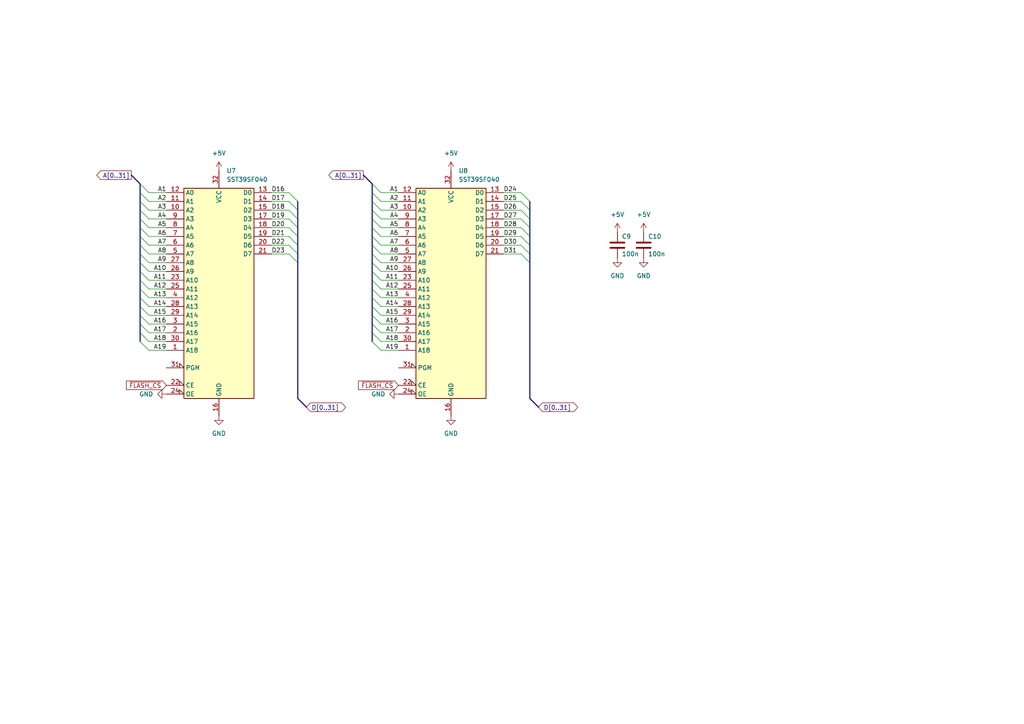
<source format=kicad_sch>
(kicad_sch (version 20231120) (generator "eeschema") (generator_version "8.0")
  (paper "A4")
  (lib_symbols
    (symbol "Device:C" (pin_numbers hide) (pin_names (offset 0.254))
      (property "Reference" "C" (at 0.635 2.54 0))
      (property "Value" "C" (at 0.635 -2.54 0))
      (symbol "C_0_1"
        (polyline (pts (xy -2.032 -0.762) (xy 2.032 -0.762)) (stroke (width 0.508)))
        (polyline (pts (xy -2.032 0.762) (xy 2.032 0.762)) (stroke (width 0.508)))
      )
      (symbol "C_1_1"
        (pin passive line (at 0 3.81 270) (length 2.794) (name "~") (number "1"))
        (pin passive line (at 0 -3.81 90) (length 2.794) (name "~") (number "2"))
      )
    )
    (symbol "Memory_Flash:SST39SF040"
      (property "Reference" "U" (at 2.54 33.02 0))
      (property "Value" "SST39SF040" (at 0 -30.48 0))
      (symbol "SST39SF040_0_0"
        (pin power_in line (at 0 -34.29 90) (length 5.08) (name "GND") (number "16"))
        (pin power_in line (at 0 36.83 270) (length 5.08) (name "VCC") (number "32"))
      )
      (symbol "SST39SF040_0_1"
        (rectangle (start -10.16 31.75) (end 10.16 -29.21) (stroke (width 0.254)) (fill (type background)))
      )
      (symbol "SST39SF040_1_1"
        (pin input line (at -15.24 -15.24 0) (length 5.08) (name "A18") (number "1"))
        (pin input line (at -15.24 25.4 0) (length 5.08) (name "A2") (number "10"))
        (pin input line (at -15.24 27.94 0) (length 5.08) (name "A1") (number "11"))
        (pin input line (at -15.24 30.48 0) (length 5.08) (name "A0") (number "12"))
        (pin tri_state line (at 15.24 30.48 180) (length 5.08) (name "D0") (number "13"))
        (pin tri_state line (at 15.24 27.94 180) (length 5.08) (name "D1") (number "14"))
        (pin tri_state line (at 15.24 25.4 180) (length 5.08) (name "D2") (number "15"))
        (pin tri_state line (at 15.24 22.86 180) (length 5.08) (name "D3") (number "17"))
        (pin tri_state line (at 15.24 20.32 180) (length 5.08) (name "D4") (number "18"))
        (pin tri_state line (at 15.24 17.78 180) (length 5.08) (name "D5") (number "19"))
        (pin input line (at -15.24 -10.16 0) (length 5.08) (name "A16") (number "2"))
        (pin tri_state line (at 15.24 15.24 180) (length 5.08) (name "D6") (number "20"))
        (pin tri_state line (at 15.24 12.7 180) (length 5.08) (name "D7") (number "21"))
        (pin input input_low (at -15.24 -25.4 0) (length 5.08) (name "CE") (number "22"))
        (pin input line (at -15.24 5.08 0) (length 5.08) (name "A10") (number "23"))
        (pin input input_low (at -15.24 -27.94 0) (length 5.08) (name "OE") (number "24"))
        (pin input line (at -15.24 2.54 0) (length 5.08) (name "A11") (number "25"))
        (pin input line (at -15.24 7.62 0) (length 5.08) (name "A9") (number "26"))
        (pin input line (at -15.24 10.16 0) (length 5.08) (name "A8") (number "27"))
        (pin input line (at -15.24 -2.54 0) (length 5.08) (name "A13") (number "28"))
        (pin input line (at -15.24 -5.08 0) (length 5.08) (name "A14") (number "29"))
        (pin input line (at -15.24 -7.62 0) (length 5.08) (name "A15") (number "3"))
        (pin input line (at -15.24 -12.7 0) (length 5.08) (name "A17") (number "30"))
        (pin input input_low (at -15.24 -20.32 0) (length 5.08) (name "PGM") (number "31"))
        (pin input line (at -15.24 0 0) (length 5.08) (name "A12") (number "4"))
        (pin input line (at -15.24 12.7 0) (length 5.08) (name "A7") (number "5"))
        (pin input line (at -15.24 15.24 0) (length 5.08) (name "A6") (number "6"))
        (pin input line (at -15.24 17.78 0) (length 5.08) (name "A5") (number "7"))
        (pin input line (at -15.24 20.32 0) (length 5.08) (name "A4") (number "8"))
        (pin input line (at -15.24 22.86 0) (length 5.08) (name "A3") (number "9"))
      )
    )
    (symbol "power:+5V" (power) (pin_names (offset 0))
      (property "Value" "+5V" (at 0 3.556 0))
      (symbol "+5V_0_1"
        (polyline (pts (xy -0.762 1.27) (xy 0 2.54)))
        (polyline (pts (xy 0 0) (xy 0 2.54)))
        (polyline (pts (xy 0 2.54) (xy 0.762 1.27)))
      )
      (symbol "+5V_1_1"
        (pin power_in line (at 0 0 90) (length 0) hide (name "+5V") (number "1"))
      )
    )
    (symbol "power:GND" (power) (pin_names (offset 0))
      (property "Value" "GND" (at 0 -3.81 0))
      (symbol "GND_0_1"
        (polyline (pts (xy 0 0) (xy 0 -1.27) (xy 1.27 -1.27) (xy 0 -2.54) (xy -1.27 -1.27) (xy 0 -1.27)))
      )
      (symbol "GND_1_1"
        (pin power_in line (at 0 0 270) (length 0) hide (name "GND") (number "1"))
      )
    )
  )
  (bus_entry (at 43.18 71.12) (size -2.54 -2.54))
  (bus_entry (at 151.13 63.5) (size 2.54 2.54))
  (bus_entry (at 43.18 60.96) (size -2.54 -2.54))
  (bus_entry (at 43.18 88.9) (size -2.54 -2.54))
  (bus_entry (at 151.13 71.12) (size 2.54 2.54))
  (bus_entry (at 83.82 73.66) (size 2.54 2.54))
  (bus_entry (at 151.13 68.58) (size 2.54 2.54))
  (bus_entry (at 43.18 81.28) (size -2.54 -2.54))
  (bus_entry (at 110.49 88.9) (size -2.54 -2.54))
  (bus_entry (at 43.18 63.5) (size -2.54 -2.54))
  (bus_entry (at 110.49 58.42) (size -2.54 -2.54))
  (bus_entry (at 83.82 68.58) (size 2.54 2.54))
  (bus_entry (at 110.49 73.66) (size -2.54 -2.54))
  (bus_entry (at 43.18 55.88) (size -2.54 -2.54))
  (bus_entry (at 83.82 60.96) (size 2.54 2.54))
  (bus_entry (at 83.82 63.5) (size 2.54 2.54))
  (bus_entry (at 151.13 66.04) (size 2.54 2.54))
  (bus_entry (at 110.49 91.44) (size -2.54 -2.54))
  (bus_entry (at 151.13 58.42) (size 2.54 2.54))
  (bus_entry (at 110.49 96.52) (size -2.54 -2.54))
  (bus_entry (at 110.49 60.96) (size -2.54 -2.54))
  (bus_entry (at 110.49 68.58) (size -2.54 -2.54))
  (bus_entry (at 151.13 73.66) (size 2.54 2.54))
  (bus_entry (at 110.49 93.98) (size -2.54 -2.54))
  (bus_entry (at 43.18 68.58) (size -2.54 -2.54))
  (bus_entry (at 110.49 83.82) (size -2.54 -2.54))
  (bus_entry (at 110.49 101.6) (size -2.54 -2.54))
  (bus_entry (at 43.18 83.82) (size -2.54 -2.54))
  (bus_entry (at 110.49 66.04) (size -2.54 -2.54))
  (bus_entry (at 110.49 71.12) (size -2.54 -2.54))
  (bus_entry (at 43.18 78.74) (size -2.54 -2.54))
  (bus_entry (at 43.18 91.44) (size -2.54 -2.54))
  (bus_entry (at 110.49 99.06) (size -2.54 -2.54))
  (bus_entry (at 43.18 58.42) (size -2.54 -2.54))
  (bus_entry (at 151.13 55.88) (size 2.54 2.54))
  (bus_entry (at 43.18 96.52) (size -2.54 -2.54))
  (bus_entry (at 110.49 63.5) (size -2.54 -2.54))
  (bus_entry (at 43.18 101.6) (size -2.54 -2.54))
  (bus_entry (at 110.49 81.28) (size -2.54 -2.54))
  (bus_entry (at 110.49 78.74) (size -2.54 -2.54))
  (bus_entry (at 43.18 86.36) (size -2.54 -2.54))
  (bus_entry (at 43.18 73.66) (size -2.54 -2.54))
  (bus_entry (at 43.18 99.06) (size -2.54 -2.54))
  (bus_entry (at 83.82 66.04) (size 2.54 2.54))
  (bus_entry (at 151.13 60.96) (size 2.54 2.54))
  (bus_entry (at 43.18 66.04) (size -2.54 -2.54))
  (bus_entry (at 43.18 76.2) (size -2.54 -2.54))
  (bus_entry (at 110.49 55.88) (size -2.54 -2.54))
  (bus_entry (at 110.49 76.2) (size -2.54 -2.54))
  (bus_entry (at 110.49 86.36) (size -2.54 -2.54))
  (bus_entry (at 83.82 58.42) (size 2.54 2.54))
  (bus_entry (at 83.82 55.88) (size 2.54 2.54))
  (bus_entry (at 83.82 71.12) (size 2.54 2.54))
  (bus_entry (at 43.18 93.98) (size -2.54 -2.54))
  (wire (pts (xy 83.82 63.5) (xy 78.74 63.5)))
  (bus (pts (xy 86.36 73.66) (xy 86.36 76.2)))
  (bus (pts (xy 107.95 96.52) (xy 107.95 93.98)))
  (wire (pts (xy 110.49 76.2) (xy 115.57 76.2)))
  (bus (pts (xy 40.64 96.52) (xy 40.64 93.98)))
  (wire (pts (xy 83.82 58.42) (xy 78.74 58.42)))
  (bus (pts (xy 153.67 68.58) (xy 153.67 71.12)))
  (bus (pts (xy 40.64 71.12) (xy 40.64 68.58)))
  (bus (pts (xy 107.95 81.28) (xy 107.95 78.74)))
  (bus (pts (xy 40.64 83.82) (xy 40.64 81.28)))
  (bus (pts (xy 107.95 76.2) (xy 107.95 73.66)))
  (bus (pts (xy 107.95 86.36) (xy 107.95 83.82)))
  (wire (pts (xy 83.82 71.12) (xy 78.74 71.12)))
  (wire (pts (xy 110.49 58.42) (xy 115.57 58.42)))
  (wire (pts (xy 43.18 101.6) (xy 48.26 101.6)))
  (bus (pts (xy 86.36 115.57) (xy 88.9 118.11)))
  (bus (pts (xy 40.64 99.06) (xy 40.64 96.52)))
  (wire (pts (xy 43.18 96.52) (xy 48.26 96.52)))
  (bus (pts (xy 40.64 55.88) (xy 40.64 53.34)))
  (wire (pts (xy 110.49 73.66) (xy 115.57 73.66)))
  (bus (pts (xy 40.64 60.96) (xy 40.64 58.42)))
  (bus (pts (xy 153.67 58.42) (xy 153.67 60.96)))
  (bus (pts (xy 86.36 66.04) (xy 86.36 68.58)))
  (wire (pts (xy 110.49 55.88) (xy 115.57 55.88)))
  (bus (pts (xy 153.67 71.12) (xy 153.67 73.66)))
  (bus (pts (xy 40.64 76.2) (xy 40.64 73.66)))
  (bus (pts (xy 107.95 63.5) (xy 107.95 60.96)))
  (wire (pts (xy 43.18 86.36) (xy 48.26 86.36)))
  (bus (pts (xy 153.67 66.04) (xy 153.67 68.58)))
  (bus (pts (xy 107.95 91.44) (xy 107.95 88.9)))
  (bus (pts (xy 107.95 78.74) (xy 107.95 76.2)))
  (wire (pts (xy 83.82 60.96) (xy 78.74 60.96)))
  (bus (pts (xy 40.64 66.04) (xy 40.64 63.5)))
  (wire (pts (xy 43.18 78.74) (xy 48.26 78.74)))
  (bus (pts (xy 40.64 68.58) (xy 40.64 66.04)))
  (wire (pts (xy 83.82 66.04) (xy 78.74 66.04)))
  (bus (pts (xy 107.95 83.82) (xy 107.95 81.28)))
  (bus (pts (xy 40.64 63.5) (xy 40.64 60.96)))
  (bus (pts (xy 107.95 71.12) (xy 107.95 68.58)))
  (wire (pts (xy 83.82 68.58) (xy 78.74 68.58)))
  (bus (pts (xy 40.64 78.74) (xy 40.64 76.2)))
  (wire (pts (xy 151.13 68.58) (xy 146.05 68.58)))
  (bus (pts (xy 86.36 60.96) (xy 86.36 63.5)))
  (bus (pts (xy 107.95 73.66) (xy 107.95 71.12)))
  (wire (pts (xy 151.13 71.12) (xy 146.05 71.12)))
  (bus (pts (xy 40.64 73.66) (xy 40.64 71.12)))
  (bus (pts (xy 86.36 68.58) (xy 86.36 71.12)))
  (bus (pts (xy 153.67 76.2) (xy 153.67 115.57)))
  (wire (pts (xy 110.49 78.74) (xy 115.57 78.74)))
  (wire (pts (xy 151.13 60.96) (xy 146.05 60.96)))
  (bus (pts (xy 40.64 81.28) (xy 40.64 78.74)))
  (bus (pts (xy 107.95 88.9) (xy 107.95 86.36)))
  (bus (pts (xy 40.64 88.9) (xy 40.64 86.36)))
  (wire (pts (xy 110.49 99.06) (xy 115.57 99.06)))
  (bus (pts (xy 86.36 63.5) (xy 86.36 66.04)))
  (wire (pts (xy 151.13 55.88) (xy 146.05 55.88)))
  (bus (pts (xy 107.95 60.96) (xy 107.95 58.42)))
  (bus (pts (xy 86.36 76.2) (xy 86.36 115.57)))
  (bus (pts (xy 153.67 63.5) (xy 153.67 66.04)))
  (wire (pts (xy 110.49 86.36) (xy 115.57 86.36)))
  (wire (pts (xy 43.18 66.04) (xy 48.26 66.04)))
  (bus (pts (xy 40.64 58.42) (xy 40.64 55.88)))
  (bus (pts (xy 153.67 73.66) (xy 153.67 76.2)))
  (wire (pts (xy 43.18 71.12) (xy 48.26 71.12)))
  (wire (pts (xy 110.49 71.12) (xy 115.57 71.12)))
  (wire (pts (xy 110.49 83.82) (xy 115.57 83.82)))
  (wire (pts (xy 43.18 60.96) (xy 48.26 60.96)))
  (wire (pts (xy 43.18 83.82) (xy 48.26 83.82)))
  (bus (pts (xy 153.67 60.96) (xy 153.67 63.5)))
  (wire (pts (xy 110.49 63.5) (xy 115.57 63.5)))
  (wire (pts (xy 43.18 76.2) (xy 48.26 76.2)))
  (wire (pts (xy 151.13 73.66) (xy 146.05 73.66)))
  (bus (pts (xy 86.36 58.42) (xy 86.36 60.96)))
  (bus (pts (xy 40.64 86.36) (xy 40.64 83.82)))
  (wire (pts (xy 151.13 66.04) (xy 146.05 66.04)))
  (wire (pts (xy 83.82 55.88) (xy 78.74 55.88)))
  (wire (pts (xy 151.13 58.42) (xy 146.05 58.42)))
  (bus (pts (xy 107.95 99.06) (xy 107.95 96.52)))
  (wire (pts (xy 110.49 68.58) (xy 115.57 68.58)))
  (bus (pts (xy 107.95 58.42) (xy 107.95 55.88)))
  (wire (pts (xy 110.49 66.04) (xy 115.57 66.04)))
  (wire (pts (xy 43.18 68.58) (xy 48.26 68.58)))
  (bus (pts (xy 107.95 55.88) (xy 107.95 53.34)))
  (bus (pts (xy 107.95 53.34) (xy 105.41 50.8)))
  (wire (pts (xy 151.13 63.5) (xy 146.05 63.5)))
  (wire (pts (xy 43.18 81.28) (xy 48.26 81.28)))
  (wire (pts (xy 43.18 73.66) (xy 48.26 73.66)))
  (wire (pts (xy 83.82 73.66) (xy 78.74 73.66)))
  (bus (pts (xy 107.95 66.04) (xy 107.95 63.5)))
  (wire (pts (xy 110.49 96.52) (xy 115.57 96.52)))
  (wire (pts (xy 110.49 60.96) (xy 115.57 60.96)))
  (bus (pts (xy 153.67 115.57) (xy 156.21 118.11)))
  (wire (pts (xy 110.49 93.98) (xy 115.57 93.98)))
  (wire (pts (xy 110.49 81.28) (xy 115.57 81.28)))
  (bus (pts (xy 40.64 53.34) (xy 38.1 50.8)))
  (wire (pts (xy 110.49 91.44) (xy 115.57 91.44)))
  (wire (pts (xy 110.49 88.9) (xy 115.57 88.9)))
  (wire (pts (xy 43.18 88.9) (xy 48.26 88.9)))
  (bus (pts (xy 107.95 68.58) (xy 107.95 66.04)))
  (wire (pts (xy 43.18 63.5) (xy 48.26 63.5)))
  (bus (pts (xy 107.95 93.98) (xy 107.95 91.44)))
  (bus (pts (xy 40.64 93.98) (xy 40.64 91.44)))
  (wire (pts (xy 43.18 58.42) (xy 48.26 58.42)))
  (wire (pts (xy 43.18 91.44) (xy 48.26 91.44)))
  (wire (pts (xy 110.49 101.6) (xy 115.57 101.6)))
  (wire (pts (xy 43.18 93.98) (xy 48.26 93.98)))
  (bus (pts (xy 86.36 71.12) (xy 86.36 73.66)))
  (bus (pts (xy 40.64 91.44) (xy 40.64 88.9)))
  (wire (pts (xy 43.18 55.88) (xy 48.26 55.88)))
  (wire (pts (xy 43.18 99.06) (xy 48.26 99.06)))
  (label "D28" (at 146.05 66.04 0))
  (label "D27" (at 146.05 63.5 0))
  (label "A16" (at 115.57 93.98 180))
  (label "D19" (at 78.74 63.5 0))
  (label "A9" (at 115.57 76.2 180))
  (label "A4" (at 48.26 63.5 180))
  (label "A18" (at 48.26 99.06 180))
  (label "A5" (at 48.26 66.04 180))
  (label "A2" (at 115.57 58.42 180))
  (label "A8" (at 115.57 73.66 180))
  (label "D24" (at 146.05 55.88 0))
  (label "A7" (at 115.57 71.12 180))
  (label "A11" (at 115.57 81.28 180))
  (label "A18" (at 115.57 99.06 180))
  (label "A16" (at 48.26 93.98 180))
  (label "D22" (at 78.74 71.12 0))
  (label "A13" (at 48.26 86.36 180))
  (label "A1" (at 48.26 55.88 180))
  (label "A5" (at 115.57 66.04 180))
  (label "D18" (at 78.74 60.96 0))
  (label "A19" (at 48.26 101.6 180))
  (label "D20" (at 78.74 66.04 0))
  (label "A10" (at 48.26 78.74 180))
  (label "A17" (at 48.26 96.52 180))
  (label "D30" (at 146.05 71.12 0))
  (label "A15" (at 115.57 91.44 180))
  (label "A7" (at 48.26 71.12 180))
  (label "A10" (at 115.57 78.74 180))
  (label "A13" (at 115.57 86.36 180))
  (label "A6" (at 48.26 68.58 180))
  (label "A8" (at 48.26 73.66 180))
  (label "A6" (at 115.57 68.58 180))
  (label "A11" (at 48.26 81.28 180))
  (label "D17" (at 78.74 58.42 0))
  (label "A9" (at 48.26 76.2 180))
  (label "D16" (at 78.74 55.88 0))
  (label "A14" (at 48.26 88.9 180))
  (label "A17" (at 115.57 96.52 180))
  (label "D26" (at 146.05 60.96 0))
  (label "A15" (at 48.26 91.44 180))
  (label "A12" (at 115.57 83.82 180))
  (label "A2" (at 48.26 58.42 180))
  (label "D23" (at 78.74 73.66 0))
  (label "A3" (at 115.57 60.96 180))
  (label "D25" (at 146.05 58.42 0))
  (label "A3" (at 48.26 60.96 180))
  (label "D21" (at 78.74 68.58 0))
  (label "A19" (at 115.57 101.6 180))
  (label "D29" (at 146.05 68.58 0))
  (label "A4" (at 115.57 63.5 180))
  (label "A1" (at 115.57 55.88 180))
  (label "A12" (at 48.26 83.82 180))
  (label "D31" (at 146.05 73.66 0))
  (label "A14" (at 115.57 88.9 180))
  (global_label "~{FLASH_CS}" (shape input) (at 115.57 111.76 180) (property "Intersheetrefs" "${INTERSHEET_REFS}" (effects (hide yes))))
  (global_label "A[0..31]" (shape output) (at 38.1 50.8 180) (property "Intersheetrefs" "${INTERSHEET_REFS}" (effects (hide yes))))
  (global_label "A[0..31]" (shape output) (at 105.41 50.8 180) (property "Intersheetrefs" "${INTERSHEET_REFS}" (effects (hide yes))))
  (global_label "D[0..31]" (shape bidirectional) (at 156.21 118.11 0) (property "Intersheetrefs" "${INTERSHEET_REFS}" (effects (hide yes))))
  (global_label "D[0..31]" (shape bidirectional) (at 88.9 118.11 0) (property "Intersheetrefs" "${INTERSHEET_REFS}" (effects (hide yes))))
  (global_label "~{FLASH_CS}" (shape input) (at 48.26 111.76 180) (property "Intersheetrefs" "${INTERSHEET_REFS}" (effects (hide yes))))
  (symbol (lib_id "power:GND") (at 186.69 74.93 0) (unit 1)
    (property "Reference" "#PWR060" (effects (hide yes)))
    (property "Value" "GND" (at 186.69 80.01 0))
  )
  (symbol (lib_id "Device:C") (at 186.69 71.12 0) (unit 1)
    (property "Reference" "C10" (at 187.96 68.58 0) (effects (justify left)))
    (property "Value" "100n" (at 187.96 73.66 0) (effects (justify left)))
    (property "Footprint" "Capacitor_THT:C_Disc_D4.3mm_W1.9mm_P5.00mm" (effects (hide yes)))
  )
  (symbol (lib_id "power:+5V") (at 179.07 67.31 0) (unit 1)
    (property "Reference" "#PWR057" (effects (hide yes)))
    (property "Value" "+5V" (at 179.07 62.23 0))
  )
  (symbol (lib_id "power:GND") (at 48.26 114.3 270) (unit 1)
    (property "Reference" "#PWR061" (effects (hide yes)))
    (property "Value" "GND" (at 44.45 114.3 90) (effects (justify right)))
  )
  (symbol (lib_id "Memory_Flash:SST39SF040") (at 63.5 86.36 0) (unit 1)
    (property "Reference" "U7" (at 65.6941 49.53 0) (effects (justify left)))
    (property "Value" "SST39SF040" (at 65.6941 52.07 0) (effects (justify left)))
    (property "Footprint" "Package_DIP:DIP-32_W15.24mm_Socket" (effects (hide yes)))
    (property "Datasheet" "http://ww1.microchip.com/downloads/en/DeviceDoc/25022B.pdf" (effects (hide yes)))
  )
  (symbol (lib_id "power:+5V") (at 63.5 49.53 0) (unit 1)
    (property "Reference" "#PWR055" (effects (hide yes)))
    (property "Value" "+5V" (at 63.5 44.45 0))
  )
  (symbol (lib_id "Memory_Flash:SST39SF040") (at 130.81 86.36 0) (unit 1)
    (property "Reference" "U8" (at 133.0041 49.53 0) (effects (justify left)))
    (property "Value" "SST39SF040" (at 133.0041 52.07 0) (effects (justify left)))
    (property "Footprint" "Package_DIP:DIP-32_W15.24mm_Socket" (effects (hide yes)))
    (property "Datasheet" "http://ww1.microchip.com/downloads/en/DeviceDoc/25022B.pdf" (effects (hide yes)))
  )
  (symbol (lib_id "Device:C") (at 179.07 71.12 0) (unit 1)
    (property "Reference" "C9" (at 180.34 68.58 0) (effects (justify left)))
    (property "Value" "100n" (at 180.34 73.66 0) (effects (justify left)))
    (property "Footprint" "Capacitor_THT:C_Disc_D4.3mm_W1.9mm_P5.00mm" (effects (hide yes)))
  )
  (symbol (lib_id "power:GND") (at 130.81 120.65 0) (unit 1)
    (property "Reference" "#PWR064" (effects (hide yes)))
    (property "Value" "GND" (at 130.81 125.73 0))
  )
  (symbol (lib_id "power:GND") (at 63.5 120.65 0) (unit 1)
    (property "Reference" "#PWR063" (effects (hide yes)))
    (property "Value" "GND" (at 63.5 125.73 0))
  )
  (symbol (lib_id "power:GND") (at 115.57 114.3 270) (unit 1)
    (property "Reference" "#PWR062" (effects (hide yes)))
    (property "Value" "GND" (at 111.76 114.3 90) (effects (justify right)))
  )
  (symbol (lib_id "power:+5V") (at 130.81 49.53 0) (unit 1)
    (property "Reference" "#PWR056" (effects (hide yes)))
    (property "Value" "+5V" (at 130.81 44.45 0))
  )
  (symbol (lib_id "power:+5V") (at 186.69 67.31 0) (unit 1)
    (property "Reference" "#PWR058" (effects (hide yes)))
    (property "Value" "+5V" (at 186.69 62.23 0))
  )
  (symbol (lib_id "power:GND") (at 179.07 74.93 0) (unit 1)
    (property "Reference" "#PWR059" (effects (hide yes)))
    (property "Value" "GND" (at 179.07 80.01 0))
  )
)
</source>
